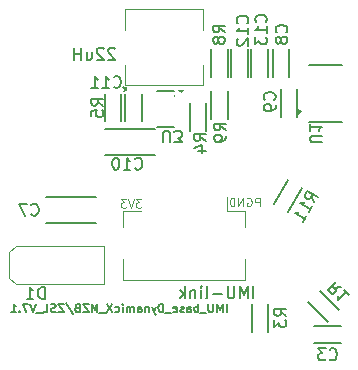
<source format=gbr>
%TF.GenerationSoftware,KiCad,Pcbnew,(6.0.1)*%
%TF.CreationDate,2022-12-05T15:25:32+08:00*%
%TF.ProjectId,IMU_base_V7.1,494d555f-6261-4736-955f-56372e312e6b,rev?*%
%TF.SameCoordinates,Original*%
%TF.FileFunction,Legend,Bot*%
%TF.FilePolarity,Positive*%
%FSLAX46Y46*%
G04 Gerber Fmt 4.6, Leading zero omitted, Abs format (unit mm)*
G04 Created by KiCad (PCBNEW (6.0.1)) date 2022-12-05 15:25:32*
%MOMM*%
%LPD*%
G01*
G04 APERTURE LIST*
%ADD10C,0.100000*%
%ADD11C,0.150000*%
%ADD12C,0.120000*%
%ADD13C,0.200000*%
%ADD14C,0.050000*%
G04 APERTURE END LIST*
D10*
X172200000Y-87166666D02*
X172200000Y-86466666D01*
X171933333Y-86466666D01*
X171866666Y-86500000D01*
X171833333Y-86533333D01*
X171800000Y-86600000D01*
X171800000Y-86700000D01*
X171833333Y-86766666D01*
X171866666Y-86800000D01*
X171933333Y-86833333D01*
X172200000Y-86833333D01*
X171133333Y-86500000D02*
X171200000Y-86466666D01*
X171300000Y-86466666D01*
X171400000Y-86500000D01*
X171466666Y-86566666D01*
X171500000Y-86633333D01*
X171533333Y-86766666D01*
X171533333Y-86866666D01*
X171500000Y-87000000D01*
X171466666Y-87066666D01*
X171400000Y-87133333D01*
X171300000Y-87166666D01*
X171233333Y-87166666D01*
X171133333Y-87133333D01*
X171100000Y-87100000D01*
X171100000Y-86866666D01*
X171233333Y-86866666D01*
X170800000Y-87166666D02*
X170800000Y-86466666D01*
X170400000Y-87166666D01*
X170400000Y-86466666D01*
X170066666Y-87166666D02*
X170066666Y-86466666D01*
X169900000Y-86466666D01*
X169800000Y-86500000D01*
X169733333Y-86566666D01*
X169700000Y-86633333D01*
X169666666Y-86766666D01*
X169666666Y-86866666D01*
X169700000Y-87000000D01*
X169733333Y-87066666D01*
X169800000Y-87133333D01*
X169900000Y-87166666D01*
X170066666Y-87166666D01*
X162166666Y-86566666D02*
X161733333Y-86566666D01*
X161966666Y-86833333D01*
X161866666Y-86833333D01*
X161800000Y-86866666D01*
X161766666Y-86900000D01*
X161733333Y-86966666D01*
X161733333Y-87133333D01*
X161766666Y-87200000D01*
X161800000Y-87233333D01*
X161866666Y-87266666D01*
X162066666Y-87266666D01*
X162133333Y-87233333D01*
X162166666Y-87200000D01*
X161533333Y-86566666D02*
X161300000Y-87266666D01*
X161066666Y-86566666D01*
X160900000Y-86566666D02*
X160466666Y-86566666D01*
X160700000Y-86833333D01*
X160600000Y-86833333D01*
X160533333Y-86866666D01*
X160500000Y-86900000D01*
X160466666Y-86966666D01*
X160466666Y-87133333D01*
X160500000Y-87200000D01*
X160533333Y-87233333D01*
X160600000Y-87266666D01*
X160800000Y-87266666D01*
X160866666Y-87233333D01*
X160900000Y-87200000D01*
D11*
X160700000Y-77400000D02*
X160900000Y-77300000D01*
X160900000Y-77300000D02*
X160900000Y-77100000D01*
X160600000Y-77100000D02*
X160900000Y-77300000D01*
X165000001Y-77800000D02*
G75*
G03*
X165000001Y-77800000I-1J0D01*
G01*
X169400000Y-96116666D02*
X169400000Y-95416666D01*
X169066666Y-96116666D02*
X169066666Y-95416666D01*
X168833333Y-95916666D01*
X168600000Y-95416666D01*
X168600000Y-96116666D01*
X168266666Y-95416666D02*
X168266666Y-95983333D01*
X168233333Y-96050000D01*
X168200000Y-96083333D01*
X168133333Y-96116666D01*
X168000000Y-96116666D01*
X167933333Y-96083333D01*
X167900000Y-96050000D01*
X167866666Y-95983333D01*
X167866666Y-95416666D01*
X167700000Y-96183333D02*
X167166666Y-96183333D01*
X167000000Y-96116666D02*
X167000000Y-95416666D01*
X167000000Y-95683333D02*
X166933333Y-95650000D01*
X166800000Y-95650000D01*
X166733333Y-95683333D01*
X166700000Y-95716666D01*
X166666666Y-95783333D01*
X166666666Y-95983333D01*
X166700000Y-96050000D01*
X166733333Y-96083333D01*
X166800000Y-96116666D01*
X166933333Y-96116666D01*
X167000000Y-96083333D01*
X166066666Y-96116666D02*
X166066666Y-95750000D01*
X166100000Y-95683333D01*
X166166666Y-95650000D01*
X166300000Y-95650000D01*
X166366666Y-95683333D01*
X166066666Y-96083333D02*
X166133333Y-96116666D01*
X166300000Y-96116666D01*
X166366666Y-96083333D01*
X166400000Y-96016666D01*
X166400000Y-95950000D01*
X166366666Y-95883333D01*
X166300000Y-95850000D01*
X166133333Y-95850000D01*
X166066666Y-95816666D01*
X165766666Y-96083333D02*
X165700000Y-96116666D01*
X165566666Y-96116666D01*
X165500000Y-96083333D01*
X165466666Y-96016666D01*
X165466666Y-95983333D01*
X165500000Y-95916666D01*
X165566666Y-95883333D01*
X165666666Y-95883333D01*
X165733333Y-95850000D01*
X165766666Y-95783333D01*
X165766666Y-95750000D01*
X165733333Y-95683333D01*
X165666666Y-95650000D01*
X165566666Y-95650000D01*
X165500000Y-95683333D01*
X164900000Y-96083333D02*
X164966666Y-96116666D01*
X165100000Y-96116666D01*
X165166666Y-96083333D01*
X165200000Y-96016666D01*
X165200000Y-95750000D01*
X165166666Y-95683333D01*
X165100000Y-95650000D01*
X164966666Y-95650000D01*
X164900000Y-95683333D01*
X164866666Y-95750000D01*
X164866666Y-95816666D01*
X165200000Y-95883333D01*
X164733333Y-96183333D02*
X164200000Y-96183333D01*
X164033333Y-96116666D02*
X164033333Y-95416666D01*
X163866666Y-95416666D01*
X163766666Y-95450000D01*
X163700000Y-95516666D01*
X163666666Y-95583333D01*
X163633333Y-95716666D01*
X163633333Y-95816666D01*
X163666666Y-95950000D01*
X163700000Y-96016666D01*
X163766666Y-96083333D01*
X163866666Y-96116666D01*
X164033333Y-96116666D01*
X163400000Y-95650000D02*
X163233333Y-96116666D01*
X163066666Y-95650000D02*
X163233333Y-96116666D01*
X163300000Y-96283333D01*
X163333333Y-96316666D01*
X163400000Y-96350000D01*
X162800000Y-95650000D02*
X162800000Y-96116666D01*
X162800000Y-95716666D02*
X162766666Y-95683333D01*
X162700000Y-95650000D01*
X162600000Y-95650000D01*
X162533333Y-95683333D01*
X162500000Y-95750000D01*
X162500000Y-96116666D01*
X161866666Y-96116666D02*
X161866666Y-95750000D01*
X161900000Y-95683333D01*
X161966666Y-95650000D01*
X162100000Y-95650000D01*
X162166666Y-95683333D01*
X161866666Y-96083333D02*
X161933333Y-96116666D01*
X162100000Y-96116666D01*
X162166666Y-96083333D01*
X162200000Y-96016666D01*
X162200000Y-95950000D01*
X162166666Y-95883333D01*
X162100000Y-95850000D01*
X161933333Y-95850000D01*
X161866666Y-95816666D01*
X161533333Y-96116666D02*
X161533333Y-95650000D01*
X161533333Y-95716666D02*
X161500000Y-95683333D01*
X161433333Y-95650000D01*
X161333333Y-95650000D01*
X161266666Y-95683333D01*
X161233333Y-95750000D01*
X161233333Y-96116666D01*
X161233333Y-95750000D02*
X161200000Y-95683333D01*
X161133333Y-95650000D01*
X161033333Y-95650000D01*
X160966666Y-95683333D01*
X160933333Y-95750000D01*
X160933333Y-96116666D01*
X160600000Y-96116666D02*
X160600000Y-95650000D01*
X160600000Y-95416666D02*
X160633333Y-95450000D01*
X160600000Y-95483333D01*
X160566666Y-95450000D01*
X160600000Y-95416666D01*
X160600000Y-95483333D01*
X159966666Y-96083333D02*
X160033333Y-96116666D01*
X160166666Y-96116666D01*
X160233333Y-96083333D01*
X160266666Y-96050000D01*
X160300000Y-95983333D01*
X160300000Y-95783333D01*
X160266666Y-95716666D01*
X160233333Y-95683333D01*
X160166666Y-95650000D01*
X160033333Y-95650000D01*
X159966666Y-95683333D01*
X159733333Y-95416666D02*
X159266666Y-96116666D01*
X159266666Y-95416666D02*
X159733333Y-96116666D01*
X159166666Y-96183333D02*
X158633333Y-96183333D01*
X158466666Y-96116666D02*
X158466666Y-95416666D01*
X158233333Y-95916666D01*
X158000000Y-95416666D01*
X158000000Y-96116666D01*
X157733333Y-95416666D02*
X157266666Y-95416666D01*
X157733333Y-96116666D01*
X157266666Y-96116666D01*
X156766666Y-95750000D02*
X156666666Y-95783333D01*
X156633333Y-95816666D01*
X156600000Y-95883333D01*
X156600000Y-95983333D01*
X156633333Y-96050000D01*
X156666666Y-96083333D01*
X156733333Y-96116666D01*
X157000000Y-96116666D01*
X157000000Y-95416666D01*
X156766666Y-95416666D01*
X156700000Y-95450000D01*
X156666666Y-95483333D01*
X156633333Y-95550000D01*
X156633333Y-95616666D01*
X156666666Y-95683333D01*
X156700000Y-95716666D01*
X156766666Y-95750000D01*
X157000000Y-95750000D01*
X155800000Y-95383333D02*
X156400000Y-96283333D01*
X155633333Y-95416666D02*
X155166666Y-95416666D01*
X155633333Y-96116666D01*
X155166666Y-96116666D01*
X154933333Y-96083333D02*
X154833333Y-96116666D01*
X154666666Y-96116666D01*
X154600000Y-96083333D01*
X154566666Y-96050000D01*
X154533333Y-95983333D01*
X154533333Y-95916666D01*
X154566666Y-95850000D01*
X154600000Y-95816666D01*
X154666666Y-95783333D01*
X154800000Y-95750000D01*
X154866666Y-95716666D01*
X154900000Y-95683333D01*
X154933333Y-95616666D01*
X154933333Y-95550000D01*
X154900000Y-95483333D01*
X154866666Y-95450000D01*
X154800000Y-95416666D01*
X154633333Y-95416666D01*
X154533333Y-95450000D01*
X153900000Y-96116666D02*
X154233333Y-96116666D01*
X154233333Y-95416666D01*
X153833333Y-96183333D02*
X153300000Y-96183333D01*
X153233333Y-95416666D02*
X153000000Y-96116666D01*
X152766666Y-95416666D01*
X152600000Y-95416666D02*
X152133333Y-95416666D01*
X152433333Y-96116666D01*
X151866666Y-96050000D02*
X151833333Y-96083333D01*
X151866666Y-96116666D01*
X151900000Y-96083333D01*
X151866666Y-96050000D01*
X151866666Y-96116666D01*
X151166666Y-96116666D02*
X151566666Y-96116666D01*
X151366666Y-96116666D02*
X151366666Y-95416666D01*
X151433333Y-95516666D01*
X151500000Y-95583333D01*
X151566666Y-95616666D01*
X171671428Y-94952380D02*
X171671428Y-93952380D01*
X171195238Y-94952380D02*
X171195238Y-93952380D01*
X170861904Y-94666666D01*
X170528571Y-93952380D01*
X170528571Y-94952380D01*
X170052380Y-93952380D02*
X170052380Y-94761904D01*
X170004761Y-94857142D01*
X169957142Y-94904761D01*
X169861904Y-94952380D01*
X169671428Y-94952380D01*
X169576190Y-94904761D01*
X169528571Y-94857142D01*
X169480952Y-94761904D01*
X169480952Y-93952380D01*
X169004761Y-94571428D02*
X168242857Y-94571428D01*
X167623809Y-94952380D02*
X167719047Y-94904761D01*
X167766666Y-94809523D01*
X167766666Y-93952380D01*
X167242857Y-94952380D02*
X167242857Y-94285714D01*
X167242857Y-93952380D02*
X167290476Y-94000000D01*
X167242857Y-94047619D01*
X167195238Y-94000000D01*
X167242857Y-93952380D01*
X167242857Y-94047619D01*
X166766666Y-94285714D02*
X166766666Y-94952380D01*
X166766666Y-94380952D02*
X166719047Y-94333333D01*
X166623809Y-94285714D01*
X166480952Y-94285714D01*
X166385714Y-94333333D01*
X166338095Y-94428571D01*
X166338095Y-94952380D01*
X165861904Y-94952380D02*
X165861904Y-93952380D01*
X165766666Y-94571428D02*
X165480952Y-94952380D01*
X165480952Y-94285714D02*
X165861904Y-94666666D01*
%TO.C,R8*%
X169252380Y-72433333D02*
X168776190Y-72100000D01*
X169252380Y-71861904D02*
X168252380Y-71861904D01*
X168252380Y-72242857D01*
X168300000Y-72338095D01*
X168347619Y-72385714D01*
X168442857Y-72433333D01*
X168585714Y-72433333D01*
X168680952Y-72385714D01*
X168728571Y-72338095D01*
X168776190Y-72242857D01*
X168776190Y-71861904D01*
X168680952Y-73004761D02*
X168633333Y-72909523D01*
X168585714Y-72861904D01*
X168490476Y-72814285D01*
X168442857Y-72814285D01*
X168347619Y-72861904D01*
X168300000Y-72909523D01*
X168252380Y-73004761D01*
X168252380Y-73195238D01*
X168300000Y-73290476D01*
X168347619Y-73338095D01*
X168442857Y-73385714D01*
X168490476Y-73385714D01*
X168585714Y-73338095D01*
X168633333Y-73290476D01*
X168680952Y-73195238D01*
X168680952Y-73004761D01*
X168728571Y-72909523D01*
X168776190Y-72861904D01*
X168871428Y-72814285D01*
X169061904Y-72814285D01*
X169157142Y-72861904D01*
X169204761Y-72909523D01*
X169252380Y-73004761D01*
X169252380Y-73195238D01*
X169204761Y-73290476D01*
X169157142Y-73338095D01*
X169061904Y-73385714D01*
X168871428Y-73385714D01*
X168776190Y-73338095D01*
X168728571Y-73290476D01*
X168680952Y-73195238D01*
%TO.C,22uH*%
X159938095Y-73847619D02*
X159890476Y-73800000D01*
X159795238Y-73752380D01*
X159557142Y-73752380D01*
X159461904Y-73800000D01*
X159414285Y-73847619D01*
X159366666Y-73942857D01*
X159366666Y-74038095D01*
X159414285Y-74180952D01*
X159985714Y-74752380D01*
X159366666Y-74752380D01*
X158985714Y-73847619D02*
X158938095Y-73800000D01*
X158842857Y-73752380D01*
X158604761Y-73752380D01*
X158509523Y-73800000D01*
X158461904Y-73847619D01*
X158414285Y-73942857D01*
X158414285Y-74038095D01*
X158461904Y-74180952D01*
X159033333Y-74752380D01*
X158414285Y-74752380D01*
X157557142Y-74085714D02*
X157557142Y-74752380D01*
X157985714Y-74085714D02*
X157985714Y-74609523D01*
X157938095Y-74704761D01*
X157842857Y-74752380D01*
X157700000Y-74752380D01*
X157604761Y-74704761D01*
X157557142Y-74657142D01*
X157080952Y-74752380D02*
X157080952Y-73752380D01*
X157080952Y-74228571D02*
X156509523Y-74228571D01*
X156509523Y-74752380D02*
X156509523Y-73752380D01*
%TO.C,C3*%
X178116666Y-100107142D02*
X178164285Y-100154761D01*
X178307142Y-100202380D01*
X178402380Y-100202380D01*
X178545238Y-100154761D01*
X178640476Y-100059523D01*
X178688095Y-99964285D01*
X178735714Y-99773809D01*
X178735714Y-99630952D01*
X178688095Y-99440476D01*
X178640476Y-99345238D01*
X178545238Y-99250000D01*
X178402380Y-99202380D01*
X178307142Y-99202380D01*
X178164285Y-99250000D01*
X178116666Y-99297619D01*
X177783333Y-99202380D02*
X177164285Y-99202380D01*
X177497619Y-99583333D01*
X177354761Y-99583333D01*
X177259523Y-99630952D01*
X177211904Y-99678571D01*
X177164285Y-99773809D01*
X177164285Y-100011904D01*
X177211904Y-100107142D01*
X177259523Y-100154761D01*
X177354761Y-100202380D01*
X177640476Y-100202380D01*
X177735714Y-100154761D01*
X177783333Y-100107142D01*
%TO.C,C13*%
X172707142Y-71557142D02*
X172754761Y-71509523D01*
X172802380Y-71366666D01*
X172802380Y-71271428D01*
X172754761Y-71128571D01*
X172659523Y-71033333D01*
X172564285Y-70985714D01*
X172373809Y-70938095D01*
X172230952Y-70938095D01*
X172040476Y-70985714D01*
X171945238Y-71033333D01*
X171850000Y-71128571D01*
X171802380Y-71271428D01*
X171802380Y-71366666D01*
X171850000Y-71509523D01*
X171897619Y-71557142D01*
X172802380Y-72509523D02*
X172802380Y-71938095D01*
X172802380Y-72223809D02*
X171802380Y-72223809D01*
X171945238Y-72128571D01*
X172040476Y-72033333D01*
X172088095Y-71938095D01*
X171802380Y-72842857D02*
X171802380Y-73461904D01*
X172183333Y-73128571D01*
X172183333Y-73271428D01*
X172230952Y-73366666D01*
X172278571Y-73414285D01*
X172373809Y-73461904D01*
X172611904Y-73461904D01*
X172707142Y-73414285D01*
X172754761Y-73366666D01*
X172802380Y-73271428D01*
X172802380Y-72985714D01*
X172754761Y-72890476D01*
X172707142Y-72842857D01*
%TO.C,R1*%
X179073782Y-93959145D02*
X178501362Y-94060160D01*
X178669721Y-93555084D02*
X177962614Y-94262190D01*
X178231988Y-94531565D01*
X178333003Y-94565236D01*
X178400347Y-94565236D01*
X178501362Y-94531565D01*
X178602377Y-94430549D01*
X178636049Y-94329534D01*
X178636049Y-94262190D01*
X178602377Y-94161175D01*
X178333003Y-93891801D01*
X179747217Y-94632580D02*
X179343156Y-94228519D01*
X179545187Y-94430549D02*
X178838080Y-95137656D01*
X178871752Y-94969297D01*
X178871752Y-94834610D01*
X178838080Y-94733595D01*
%TO.C,R5*%
X158952380Y-78633333D02*
X158476190Y-78300000D01*
X158952380Y-78061904D02*
X157952380Y-78061904D01*
X157952380Y-78442857D01*
X158000000Y-78538095D01*
X158047619Y-78585714D01*
X158142857Y-78633333D01*
X158285714Y-78633333D01*
X158380952Y-78585714D01*
X158428571Y-78538095D01*
X158476190Y-78442857D01*
X158476190Y-78061904D01*
X157952380Y-79538095D02*
X157952380Y-79061904D01*
X158428571Y-79014285D01*
X158380952Y-79061904D01*
X158333333Y-79157142D01*
X158333333Y-79395238D01*
X158380952Y-79490476D01*
X158428571Y-79538095D01*
X158523809Y-79585714D01*
X158761904Y-79585714D01*
X158857142Y-79538095D01*
X158904761Y-79490476D01*
X158952380Y-79395238D01*
X158952380Y-79157142D01*
X158904761Y-79061904D01*
X158857142Y-79014285D01*
%TO.C,R3*%
X174452380Y-96433333D02*
X173976190Y-96100000D01*
X174452380Y-95861904D02*
X173452380Y-95861904D01*
X173452380Y-96242857D01*
X173500000Y-96338095D01*
X173547619Y-96385714D01*
X173642857Y-96433333D01*
X173785714Y-96433333D01*
X173880952Y-96385714D01*
X173928571Y-96338095D01*
X173976190Y-96242857D01*
X173976190Y-95861904D01*
X173452380Y-96766666D02*
X173452380Y-97385714D01*
X173833333Y-97052380D01*
X173833333Y-97195238D01*
X173880952Y-97290476D01*
X173928571Y-97338095D01*
X174023809Y-97385714D01*
X174261904Y-97385714D01*
X174357142Y-97338095D01*
X174404761Y-97290476D01*
X174452380Y-97195238D01*
X174452380Y-96909523D01*
X174404761Y-96814285D01*
X174357142Y-96766666D01*
%TO.C,C8*%
X174457142Y-72433333D02*
X174504761Y-72385714D01*
X174552380Y-72242857D01*
X174552380Y-72147619D01*
X174504761Y-72004761D01*
X174409523Y-71909523D01*
X174314285Y-71861904D01*
X174123809Y-71814285D01*
X173980952Y-71814285D01*
X173790476Y-71861904D01*
X173695238Y-71909523D01*
X173600000Y-72004761D01*
X173552380Y-72147619D01*
X173552380Y-72242857D01*
X173600000Y-72385714D01*
X173647619Y-72433333D01*
X173980952Y-73004761D02*
X173933333Y-72909523D01*
X173885714Y-72861904D01*
X173790476Y-72814285D01*
X173742857Y-72814285D01*
X173647619Y-72861904D01*
X173600000Y-72909523D01*
X173552380Y-73004761D01*
X173552380Y-73195238D01*
X173600000Y-73290476D01*
X173647619Y-73338095D01*
X173742857Y-73385714D01*
X173790476Y-73385714D01*
X173885714Y-73338095D01*
X173933333Y-73290476D01*
X173980952Y-73195238D01*
X173980952Y-73004761D01*
X174028571Y-72909523D01*
X174076190Y-72861904D01*
X174171428Y-72814285D01*
X174361904Y-72814285D01*
X174457142Y-72861904D01*
X174504761Y-72909523D01*
X174552380Y-73004761D01*
X174552380Y-73195238D01*
X174504761Y-73290476D01*
X174457142Y-73338095D01*
X174361904Y-73385714D01*
X174171428Y-73385714D01*
X174076190Y-73338095D01*
X174028571Y-73290476D01*
X173980952Y-73195238D01*
%TO.C,U3*%
X164038095Y-81747619D02*
X164038095Y-80938095D01*
X164085714Y-80842857D01*
X164133333Y-80795238D01*
X164228571Y-80747619D01*
X164419047Y-80747619D01*
X164514285Y-80795238D01*
X164561904Y-80842857D01*
X164609523Y-80938095D01*
X164609523Y-81747619D01*
X164990476Y-81747619D02*
X165609523Y-81747619D01*
X165276190Y-81366666D01*
X165419047Y-81366666D01*
X165514285Y-81319047D01*
X165561904Y-81271428D01*
X165609523Y-81176190D01*
X165609523Y-80938095D01*
X165561904Y-80842857D01*
X165514285Y-80795238D01*
X165419047Y-80747619D01*
X165133333Y-80747619D01*
X165038095Y-80795238D01*
X164990476Y-80842857D01*
%TO.C,R11*%
X176828745Y-86837279D02*
X176583019Y-86310509D01*
X177114460Y-86342408D02*
X176248434Y-85842408D01*
X176057958Y-86172322D01*
X176051578Y-86278610D01*
X176069008Y-86343659D01*
X176127677Y-86432517D01*
X176251395Y-86503946D01*
X176357683Y-86510326D01*
X176422732Y-86492896D01*
X176511591Y-86434227D01*
X176702067Y-86104312D01*
X176352555Y-87662065D02*
X176638269Y-87167194D01*
X176495412Y-87414630D02*
X175629387Y-86914630D01*
X175800724Y-86903580D01*
X175930821Y-86868720D01*
X176019680Y-86810051D01*
X175876365Y-88486852D02*
X176162079Y-87991980D01*
X176019222Y-88239416D02*
X175153196Y-87739416D01*
X175324533Y-87728366D01*
X175454631Y-87693506D01*
X175543489Y-87634837D01*
%TO.C,R4*%
X167652380Y-81633333D02*
X167176190Y-81300000D01*
X167652380Y-81061904D02*
X166652380Y-81061904D01*
X166652380Y-81442857D01*
X166700000Y-81538095D01*
X166747619Y-81585714D01*
X166842857Y-81633333D01*
X166985714Y-81633333D01*
X167080952Y-81585714D01*
X167128571Y-81538095D01*
X167176190Y-81442857D01*
X167176190Y-81061904D01*
X166985714Y-82490476D02*
X167652380Y-82490476D01*
X166604761Y-82252380D02*
X167319047Y-82014285D01*
X167319047Y-82633333D01*
%TO.C,U1*%
X177481319Y-81761904D02*
X176671795Y-81761904D01*
X176576557Y-81714285D01*
X176528938Y-81666666D01*
X176481319Y-81571428D01*
X176481319Y-81380952D01*
X176528938Y-81285714D01*
X176576557Y-81238095D01*
X176671795Y-81190476D01*
X177481319Y-81190476D01*
X176481319Y-80190476D02*
X176481319Y-80761904D01*
X176481319Y-80476190D02*
X177481319Y-80476190D01*
X177338461Y-80571428D01*
X177243223Y-80666666D01*
X177195604Y-80761904D01*
%TO.C,C7*%
X152866666Y-87857142D02*
X152914285Y-87904761D01*
X153057142Y-87952380D01*
X153152380Y-87952380D01*
X153295238Y-87904761D01*
X153390476Y-87809523D01*
X153438095Y-87714285D01*
X153485714Y-87523809D01*
X153485714Y-87380952D01*
X153438095Y-87190476D01*
X153390476Y-87095238D01*
X153295238Y-87000000D01*
X153152380Y-86952380D01*
X153057142Y-86952380D01*
X152914285Y-87000000D01*
X152866666Y-87047619D01*
X152533333Y-86952380D02*
X151866666Y-86952380D01*
X152295238Y-87952380D01*
%TO.C,C9*%
X173457142Y-78133333D02*
X173504761Y-78085714D01*
X173552380Y-77942857D01*
X173552380Y-77847619D01*
X173504761Y-77704761D01*
X173409523Y-77609523D01*
X173314285Y-77561904D01*
X173123809Y-77514285D01*
X172980952Y-77514285D01*
X172790476Y-77561904D01*
X172695238Y-77609523D01*
X172600000Y-77704761D01*
X172552380Y-77847619D01*
X172552380Y-77942857D01*
X172600000Y-78085714D01*
X172647619Y-78133333D01*
X173552380Y-78609523D02*
X173552380Y-78800000D01*
X173504761Y-78895238D01*
X173457142Y-78942857D01*
X173314285Y-79038095D01*
X173123809Y-79085714D01*
X172742857Y-79085714D01*
X172647619Y-79038095D01*
X172600000Y-78990476D01*
X172552380Y-78895238D01*
X172552380Y-78704761D01*
X172600000Y-78609523D01*
X172647619Y-78561904D01*
X172742857Y-78514285D01*
X172980952Y-78514285D01*
X173076190Y-78561904D01*
X173123809Y-78609523D01*
X173171428Y-78704761D01*
X173171428Y-78895238D01*
X173123809Y-78990476D01*
X173076190Y-79038095D01*
X172980952Y-79085714D01*
%TO.C,R9*%
X169352380Y-80733333D02*
X168876190Y-80400000D01*
X169352380Y-80161904D02*
X168352380Y-80161904D01*
X168352380Y-80542857D01*
X168400000Y-80638095D01*
X168447619Y-80685714D01*
X168542857Y-80733333D01*
X168685714Y-80733333D01*
X168780952Y-80685714D01*
X168828571Y-80638095D01*
X168876190Y-80542857D01*
X168876190Y-80161904D01*
X169352380Y-81209523D02*
X169352380Y-81400000D01*
X169304761Y-81495238D01*
X169257142Y-81542857D01*
X169114285Y-81638095D01*
X168923809Y-81685714D01*
X168542857Y-81685714D01*
X168447619Y-81638095D01*
X168400000Y-81590476D01*
X168352380Y-81495238D01*
X168352380Y-81304761D01*
X168400000Y-81209523D01*
X168447619Y-81161904D01*
X168542857Y-81114285D01*
X168780952Y-81114285D01*
X168876190Y-81161904D01*
X168923809Y-81209523D01*
X168971428Y-81304761D01*
X168971428Y-81495238D01*
X168923809Y-81590476D01*
X168876190Y-81638095D01*
X168780952Y-81685714D01*
%TO.C,C11*%
X159842857Y-77057142D02*
X159890476Y-77104761D01*
X160033333Y-77152380D01*
X160128571Y-77152380D01*
X160271428Y-77104761D01*
X160366666Y-77009523D01*
X160414285Y-76914285D01*
X160461904Y-76723809D01*
X160461904Y-76580952D01*
X160414285Y-76390476D01*
X160366666Y-76295238D01*
X160271428Y-76200000D01*
X160128571Y-76152380D01*
X160033333Y-76152380D01*
X159890476Y-76200000D01*
X159842857Y-76247619D01*
X158890476Y-77152380D02*
X159461904Y-77152380D01*
X159176190Y-77152380D02*
X159176190Y-76152380D01*
X159271428Y-76295238D01*
X159366666Y-76390476D01*
X159461904Y-76438095D01*
X157938095Y-77152380D02*
X158509523Y-77152380D01*
X158223809Y-77152380D02*
X158223809Y-76152380D01*
X158319047Y-76295238D01*
X158414285Y-76390476D01*
X158509523Y-76438095D01*
%TO.C,C12*%
X171157142Y-71657142D02*
X171204761Y-71609523D01*
X171252380Y-71466666D01*
X171252380Y-71371428D01*
X171204761Y-71228571D01*
X171109523Y-71133333D01*
X171014285Y-71085714D01*
X170823809Y-71038095D01*
X170680952Y-71038095D01*
X170490476Y-71085714D01*
X170395238Y-71133333D01*
X170300000Y-71228571D01*
X170252380Y-71371428D01*
X170252380Y-71466666D01*
X170300000Y-71609523D01*
X170347619Y-71657142D01*
X171252380Y-72609523D02*
X171252380Y-72038095D01*
X171252380Y-72323809D02*
X170252380Y-72323809D01*
X170395238Y-72228571D01*
X170490476Y-72133333D01*
X170538095Y-72038095D01*
X170347619Y-72990476D02*
X170300000Y-73038095D01*
X170252380Y-73133333D01*
X170252380Y-73371428D01*
X170300000Y-73466666D01*
X170347619Y-73514285D01*
X170442857Y-73561904D01*
X170538095Y-73561904D01*
X170680952Y-73514285D01*
X171252380Y-72942857D01*
X171252380Y-73561904D01*
%TO.C,D1*%
X153988095Y-95002380D02*
X153988095Y-94002380D01*
X153750000Y-94002380D01*
X153607142Y-94050000D01*
X153511904Y-94145238D01*
X153464285Y-94240476D01*
X153416666Y-94430952D01*
X153416666Y-94573809D01*
X153464285Y-94764285D01*
X153511904Y-94859523D01*
X153607142Y-94954761D01*
X153750000Y-95002380D01*
X153988095Y-95002380D01*
X152464285Y-95002380D02*
X153035714Y-95002380D01*
X152750000Y-95002380D02*
X152750000Y-94002380D01*
X152845238Y-94145238D01*
X152940476Y-94240476D01*
X153035714Y-94288095D01*
%TO.C,C10*%
X161642857Y-83957142D02*
X161690476Y-84004761D01*
X161833333Y-84052380D01*
X161928571Y-84052380D01*
X162071428Y-84004761D01*
X162166666Y-83909523D01*
X162214285Y-83814285D01*
X162261904Y-83623809D01*
X162261904Y-83480952D01*
X162214285Y-83290476D01*
X162166666Y-83195238D01*
X162071428Y-83100000D01*
X161928571Y-83052380D01*
X161833333Y-83052380D01*
X161690476Y-83100000D01*
X161642857Y-83147619D01*
X160690476Y-84052380D02*
X161261904Y-84052380D01*
X160976190Y-84052380D02*
X160976190Y-83052380D01*
X161071428Y-83195238D01*
X161166666Y-83290476D01*
X161261904Y-83338095D01*
X160071428Y-83052380D02*
X159976190Y-83052380D01*
X159880952Y-83100000D01*
X159833333Y-83147619D01*
X159785714Y-83242857D01*
X159738095Y-83433333D01*
X159738095Y-83671428D01*
X159785714Y-83861904D01*
X159833333Y-83957142D01*
X159880952Y-84004761D01*
X159976190Y-84052380D01*
X160071428Y-84052380D01*
X160166666Y-84004761D01*
X160214285Y-83957142D01*
X160261904Y-83861904D01*
X160309523Y-83671428D01*
X160309523Y-83433333D01*
X160261904Y-83242857D01*
X160214285Y-83147619D01*
X160166666Y-83100000D01*
X160071428Y-83052380D01*
%TO.C,R8*%
X169500000Y-73825000D02*
X169500000Y-76175000D01*
X168100000Y-73825000D02*
X168100000Y-76175000D01*
D12*
%TO.C,22uH*%
X160800000Y-75200000D02*
X160800000Y-76900000D01*
X167400000Y-72200000D02*
X167400000Y-70500000D01*
X160800000Y-70500000D02*
X160800000Y-72200000D01*
X167400000Y-70500000D02*
X160800000Y-70500000D01*
X167400000Y-76900000D02*
X167400000Y-75200000D01*
X160800000Y-76900000D02*
X167400000Y-76900000D01*
D11*
%TO.C,C3*%
X179125000Y-98700000D02*
X176775000Y-98700000D01*
X179125000Y-97300000D02*
X176775000Y-97300000D01*
%TO.C,C13*%
X171500000Y-76175000D02*
X171500000Y-73825000D01*
X172900000Y-76175000D02*
X172900000Y-73825000D01*
%TO.C,R1*%
X176308490Y-95298439D02*
X177970191Y-96960140D01*
X177298439Y-94308490D02*
X178960140Y-95970191D01*
%TO.C,R5*%
X159100000Y-79975000D02*
X159100000Y-77625000D01*
X160500000Y-79975000D02*
X160500000Y-77625000D01*
%TO.C,R3*%
X171550000Y-95425000D02*
X171550000Y-97775000D01*
X172950000Y-95425000D02*
X172950000Y-97775000D01*
%TO.C,C8*%
X173300000Y-76175000D02*
X173300000Y-73825000D01*
X174700000Y-76175000D02*
X174700000Y-73825000D01*
D13*
%TO.C,U3*%
X164950000Y-80475000D02*
X163550000Y-80475000D01*
X164950000Y-77375000D02*
X163550000Y-77375000D01*
D14*
X165300000Y-77275000D02*
X165500000Y-77475000D01*
X165500000Y-77475000D02*
X165700000Y-77275000D01*
X165700000Y-77275000D02*
X165300000Y-77275000D01*
G36*
X165500000Y-77475000D02*
G01*
X165300000Y-77275000D01*
X165700000Y-77275000D01*
X165500000Y-77475000D01*
G37*
X165500000Y-77475000D02*
X165300000Y-77275000D01*
X165700000Y-77275000D01*
X165500000Y-77475000D01*
D11*
%TO.C,R11*%
X174581282Y-84925240D02*
X173406282Y-86960400D01*
X175793718Y-85625240D02*
X174618718Y-87660400D01*
%TO.C,R4*%
X166300000Y-80775000D02*
X166300000Y-78425000D01*
X167700000Y-80775000D02*
X167700000Y-78425000D01*
D14*
%TO.C,U1*%
X175466300Y-79324000D02*
X175666300Y-79124000D01*
X175666300Y-79124000D02*
X175466300Y-78924000D01*
X175466300Y-78924000D02*
X175466300Y-79324000D01*
G36*
X175666300Y-79124000D02*
G01*
X175466300Y-79324000D01*
X175466300Y-78924000D01*
X175666300Y-79124000D01*
G37*
X175666300Y-79124000D02*
X175466300Y-79324000D01*
X175466300Y-78924000D01*
X175666300Y-79124000D01*
D13*
X179158700Y-75200000D02*
X176358700Y-75200000D01*
X179158700Y-80000000D02*
X176358700Y-80000000D01*
%TO.C,C7*%
X158350000Y-88600000D02*
X154150000Y-88600000D01*
X158350000Y-86400000D02*
X154150000Y-86400000D01*
D11*
%TO.C,C9*%
X174000000Y-79575000D02*
X174000000Y-77225000D01*
X175400000Y-79575000D02*
X175400000Y-77225000D01*
%TO.C,R9*%
X168100000Y-79775000D02*
X168100000Y-77425000D01*
X169500000Y-79775000D02*
X169500000Y-77425000D01*
%TO.C,C11*%
X160800000Y-77625000D02*
X160800000Y-79975000D01*
X162200000Y-77625000D02*
X162200000Y-79975000D01*
%TO.C,C12*%
X169800000Y-76175000D02*
X169800000Y-73825000D01*
X171200000Y-76175000D02*
X171200000Y-73825000D01*
D12*
%TO.C,D1*%
X151000000Y-91050000D02*
X151550000Y-90550000D01*
X151000000Y-93250000D02*
X151000000Y-91050000D01*
X159000000Y-90550000D02*
X159000000Y-93750000D01*
X151000000Y-93250000D02*
X151550000Y-93750000D01*
X159000000Y-90550000D02*
X151550000Y-90550000D01*
X159000000Y-93750000D02*
X151550000Y-93750000D01*
D13*
%TO.C,C10*%
X159100000Y-82800000D02*
X163300000Y-82800000D01*
X159100000Y-80600000D02*
X163300000Y-80600000D01*
D12*
%TO.C,J5*%
X160650000Y-93400000D02*
X160650000Y-91660000D01*
X160650000Y-87600000D02*
X160650000Y-88940000D01*
X169460000Y-87600000D02*
X169460000Y-86400000D01*
X170950000Y-93400000D02*
X160650000Y-93400000D01*
X170950000Y-91660000D02*
X170950000Y-93400000D01*
X169460000Y-87600000D02*
X170950000Y-87600000D01*
X162140000Y-87600000D02*
X160650000Y-87600000D01*
X170950000Y-87600000D02*
X170950000Y-88940000D01*
%TD*%
M02*

</source>
